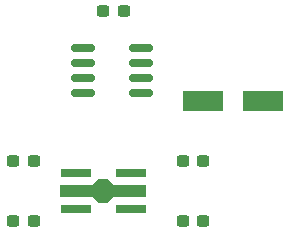
<source format=gbr>
%TF.GenerationSoftware,KiCad,Pcbnew,(6.0.4-0)*%
%TF.CreationDate,2022-12-03T14:45:52-05:00*%
%TF.ProjectId,christmas,63687269-7374-46d6-9173-2e6b69636164,rev?*%
%TF.SameCoordinates,Original*%
%TF.FileFunction,Soldermask,Bot*%
%TF.FilePolarity,Negative*%
%FSLAX46Y46*%
G04 Gerber Fmt 4.6, Leading zero omitted, Abs format (unit mm)*
G04 Created by KiCad (PCBNEW (6.0.4-0)) date 2022-12-03 14:45:52*
%MOMM*%
%LPD*%
G01*
G04 APERTURE LIST*
G04 Aperture macros list*
%AMRoundRect*
0 Rectangle with rounded corners*
0 $1 Rounding radius*
0 $2 $3 $4 $5 $6 $7 $8 $9 X,Y pos of 4 corners*
0 Add a 4 corners polygon primitive as box body*
4,1,4,$2,$3,$4,$5,$6,$7,$8,$9,$2,$3,0*
0 Add four circle primitives for the rounded corners*
1,1,$1+$1,$2,$3*
1,1,$1+$1,$4,$5*
1,1,$1+$1,$6,$7*
1,1,$1+$1,$8,$9*
0 Add four rect primitives between the rounded corners*
20,1,$1+$1,$2,$3,$4,$5,0*
20,1,$1+$1,$4,$5,$6,$7,0*
20,1,$1+$1,$6,$7,$8,$9,0*
20,1,$1+$1,$8,$9,$2,$3,0*%
%AMFreePoly0*
4,1,13,0.900000,0.500000,3.600000,0.500000,3.600000,-0.500000,0.900000,-0.500000,0.400000,-1.000000,-0.400000,-1.000000,-0.900000,-0.500000,-3.600000,-0.500000,-3.600000,0.500000,-0.900000,0.500000,-0.400000,1.000000,0.400000,1.000000,0.900000,0.500000,0.900000,0.500000,$1*%
G04 Aperture macros list end*
%ADD10R,3.400000X1.800000*%
%ADD11RoundRect,0.237500X-0.300000X-0.237500X0.300000X-0.237500X0.300000X0.237500X-0.300000X0.237500X0*%
%ADD12RoundRect,0.237500X0.300000X0.237500X-0.300000X0.237500X-0.300000X-0.237500X0.300000X-0.237500X0*%
%ADD13RoundRect,0.150000X0.825000X0.150000X-0.825000X0.150000X-0.825000X-0.150000X0.825000X-0.150000X0*%
%ADD14R,2.500000X0.700000*%
%ADD15FreePoly0,180.000000*%
G04 APERTURE END LIST*
D10*
%TO.C,TP1*%
X152400000Y-48260000D03*
%TD*%
%TO.C,TP2*%
X157480000Y-48260000D03*
%TD*%
D11*
%TO.C,C5*%
X138022500Y-58420000D03*
X136297500Y-58420000D03*
%TD*%
D12*
%TO.C,C4*%
X150675000Y-58420000D03*
X152400000Y-58420000D03*
%TD*%
%TO.C,C3*%
X150675000Y-53340000D03*
X152400000Y-53340000D03*
%TD*%
%TO.C,C2*%
X145642500Y-40640000D03*
X143917500Y-40640000D03*
%TD*%
D11*
%TO.C,C1*%
X138022500Y-53340000D03*
X136297500Y-53340000D03*
%TD*%
D13*
%TO.C,U1*%
X142167500Y-43815000D03*
X142167500Y-45085000D03*
X142167500Y-46355000D03*
X142167500Y-47625000D03*
X147117500Y-47625000D03*
X147117500Y-46355000D03*
X147117500Y-45085000D03*
X147117500Y-43815000D03*
%TD*%
D14*
%TO.C,U2*%
X141567500Y-54380000D03*
X141567500Y-57380000D03*
X146267500Y-57380000D03*
D15*
X143917500Y-55880000D03*
D14*
X146267500Y-54380000D03*
%TD*%
M02*

</source>
